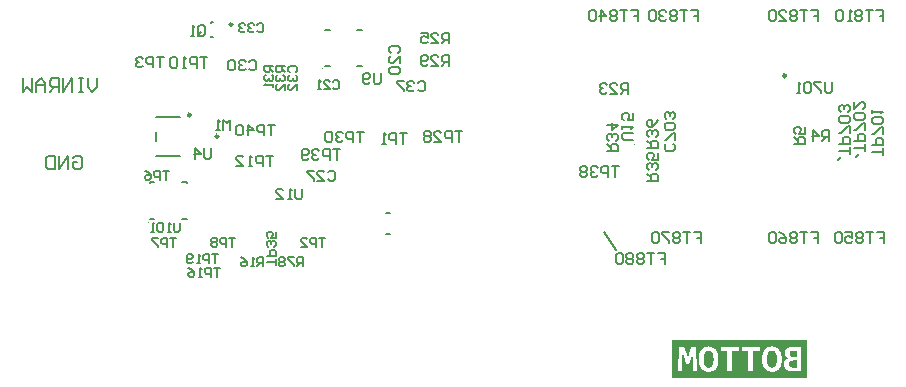
<source format=gbo>
G04*
G04 #@! TF.GenerationSoftware,Altium Limited,Altium Designer,24.3.1 (35)*
G04*
G04 Layer_Color=32896*
%FSLAX44Y44*%
%MOMM*%
G71*
G04*
G04 #@! TF.SameCoordinates,35E8F126-3BB9-435E-BEC0-E910B6038B45*
G04*
G04*
G04 #@! TF.FilePolarity,Positive*
G04*
G01*
G75*
%ADD10C,0.2500*%
%ADD12C,0.1000*%
%ADD13C,0.2000*%
%ADD14C,0.2540*%
%ADD15C,0.1270*%
%ADD17C,0.1778*%
%ADD18C,0.1524*%
G36*
X1073319Y419795D02*
X958681D01*
Y451425D01*
X1073319D01*
Y419795D01*
D02*
G37*
%LPC*%
G36*
X979185Y445993D02*
X974778D01*
X972962Y440087D01*
X972081Y436756D01*
X971199Y439893D01*
X969278Y445993D01*
X964783D01*
X963761Y425245D01*
X967198D01*
X967586Y436967D01*
X967727Y441656D01*
X968732Y438483D01*
X971041Y431415D01*
X973473D01*
X975554Y438483D01*
X976435Y441656D01*
X976541Y437056D01*
X976893Y425245D01*
X980207D01*
X979185Y445993D01*
D02*
G37*
G36*
X1068239D02*
X1061206D01*
X1060959Y445975D01*
X1060659Y445957D01*
X1060325Y445922D01*
X1059954Y445887D01*
X1059549Y445834D01*
X1059126Y445764D01*
X1058685Y445693D01*
X1058244Y445587D01*
X1057804Y445464D01*
X1057381Y445323D01*
X1056975Y445146D01*
X1056588Y444970D01*
X1056235Y444741D01*
X1056217Y444724D01*
X1056164Y444688D01*
X1056076Y444618D01*
X1055953Y444512D01*
X1055830Y444371D01*
X1055671Y444212D01*
X1055512Y444036D01*
X1055336Y443807D01*
X1055177Y443560D01*
X1055019Y443296D01*
X1054860Y442978D01*
X1054737Y442643D01*
X1054613Y442273D01*
X1054525Y441885D01*
X1054472Y441462D01*
X1054455Y441004D01*
Y440969D01*
Y440881D01*
X1054472Y440722D01*
Y440528D01*
X1054508Y440299D01*
X1054543Y440034D01*
X1054578Y439770D01*
X1054649Y439488D01*
Y439453D01*
X1054684Y439365D01*
X1054719Y439224D01*
X1054790Y439047D01*
X1054860Y438836D01*
X1054966Y438607D01*
X1055072Y438360D01*
X1055213Y438131D01*
X1055230Y438096D01*
X1055283Y438025D01*
X1055354Y437919D01*
X1055477Y437761D01*
X1055600Y437602D01*
X1055777Y437408D01*
X1055953Y437214D01*
X1056164Y437038D01*
X1056182Y437020D01*
X1056270Y436967D01*
X1056376Y436879D01*
X1056535Y436773D01*
X1056746Y436650D01*
X1056975Y436527D01*
X1057222Y436403D01*
X1057504Y436297D01*
X1057469D01*
X1057363Y436262D01*
X1057222Y436227D01*
X1057028Y436174D01*
X1056799Y436104D01*
X1056552Y436015D01*
X1056288Y435910D01*
X1056023Y435786D01*
X1055988Y435769D01*
X1055900Y435716D01*
X1055777Y435645D01*
X1055600Y435522D01*
X1055406Y435381D01*
X1055213Y435222D01*
X1055001Y435028D01*
X1054790Y434817D01*
X1054772Y434781D01*
X1054701Y434711D01*
X1054613Y434588D01*
X1054490Y434411D01*
X1054349Y434217D01*
X1054208Y433971D01*
X1054067Y433706D01*
X1053943Y433406D01*
X1053926Y433371D01*
X1053891Y433265D01*
X1053838Y433107D01*
X1053785Y432878D01*
X1053732Y432613D01*
X1053679Y432314D01*
X1053644Y431979D01*
X1053626Y431609D01*
Y431468D01*
X1053644Y431309D01*
X1053661Y431080D01*
X1053697Y430833D01*
X1053732Y430516D01*
X1053802Y430181D01*
X1053891Y429828D01*
X1054014Y429440D01*
X1054155Y429053D01*
X1054314Y428647D01*
X1054525Y428259D01*
X1054772Y427872D01*
X1055054Y427501D01*
X1055389Y427149D01*
X1055759Y426832D01*
X1055777Y426814D01*
X1055865Y426761D01*
X1055988Y426690D01*
X1056147Y426585D01*
X1056376Y426461D01*
X1056640Y426338D01*
X1056958Y426179D01*
X1057328Y426038D01*
X1057733Y425897D01*
X1058192Y425756D01*
X1058703Y425615D01*
X1059249Y425492D01*
X1059849Y425386D01*
X1060501Y425316D01*
X1061171Y425263D01*
X1061911Y425245D01*
X1068239D01*
Y445993D01*
D02*
G37*
G36*
X1033284D02*
X1017895D01*
Y442732D01*
X1023589D01*
Y425245D01*
X1027590D01*
Y442732D01*
X1033284D01*
Y445993D01*
D02*
G37*
G36*
X1015409D02*
X1000021D01*
Y442732D01*
X1005714D01*
Y425245D01*
X1009716D01*
Y442732D01*
X1015409D01*
Y445993D01*
D02*
G37*
G36*
X1043349Y446345D02*
X1043173D01*
X1043067Y446328D01*
X1042961D01*
X1042679Y446310D01*
X1042344Y446257D01*
X1041939Y446204D01*
X1041516Y446116D01*
X1041040Y446010D01*
X1040564Y445852D01*
X1040053Y445675D01*
X1039542Y445464D01*
X1039031Y445199D01*
X1038537Y444882D01*
X1038061Y444512D01*
X1037603Y444089D01*
X1037197Y443613D01*
X1037180Y443578D01*
X1037109Y443489D01*
X1037003Y443331D01*
X1036880Y443102D01*
X1036721Y442820D01*
X1036545Y442485D01*
X1036351Y442079D01*
X1036157Y441603D01*
X1035963Y441075D01*
X1035769Y440493D01*
X1035593Y439841D01*
X1035434Y439136D01*
X1035311Y438360D01*
X1035205Y437531D01*
X1035135Y436650D01*
X1035117Y435698D01*
Y435416D01*
X1035135Y435222D01*
Y434975D01*
X1035152Y434693D01*
X1035170Y434376D01*
X1035205Y434024D01*
X1035240Y433653D01*
X1035276Y433265D01*
X1035399Y432455D01*
X1035558Y431626D01*
X1035664Y431203D01*
X1035787Y430815D01*
Y430798D01*
X1035822Y430727D01*
X1035857Y430621D01*
X1035910Y430480D01*
X1035981Y430304D01*
X1036051Y430093D01*
X1036157Y429881D01*
X1036263Y429634D01*
X1036510Y429088D01*
X1036827Y428541D01*
X1037197Y427977D01*
X1037603Y427448D01*
X1037620Y427431D01*
X1037655Y427396D01*
X1037726Y427325D01*
X1037796Y427237D01*
X1037920Y427131D01*
X1038043Y427008D01*
X1038202Y426867D01*
X1038361Y426726D01*
X1038555Y426567D01*
X1038766Y426408D01*
X1039224Y426073D01*
X1039736Y425774D01*
X1040300Y425509D01*
X1040317D01*
X1040370Y425474D01*
X1040458Y425457D01*
X1040564Y425404D01*
X1040705Y425368D01*
X1040881Y425316D01*
X1041075Y425245D01*
X1041287Y425192D01*
X1041534Y425139D01*
X1041798Y425069D01*
X1042344Y424981D01*
X1042961Y424910D01*
X1043614Y424875D01*
X1043790D01*
X1043896Y424892D01*
X1044001D01*
X1044284Y424910D01*
X1044618Y424963D01*
X1045024Y425016D01*
X1045447Y425104D01*
X1045923Y425210D01*
X1046399Y425351D01*
X1046910Y425545D01*
X1047421Y425756D01*
X1047932Y426021D01*
X1048426Y426338D01*
X1048902Y426690D01*
X1049360Y427113D01*
X1049766Y427589D01*
X1049783Y427625D01*
X1049854Y427713D01*
X1049960Y427872D01*
X1050083Y428101D01*
X1050242Y428383D01*
X1050418Y428735D01*
X1050612Y429141D01*
X1050788Y429599D01*
X1050982Y430128D01*
X1051176Y430727D01*
X1051352Y431379D01*
X1051511Y432085D01*
X1051634Y432842D01*
X1051740Y433671D01*
X1051811Y434570D01*
X1051828Y435504D01*
Y435786D01*
X1051811Y435980D01*
Y436227D01*
X1051793Y436509D01*
X1051775Y436826D01*
X1051740Y437179D01*
X1051705Y437549D01*
X1051669Y437937D01*
X1051546Y438748D01*
X1051387Y439576D01*
X1051282Y439982D01*
X1051176Y440369D01*
Y440387D01*
X1051141Y440458D01*
X1051105Y440563D01*
X1051052Y440704D01*
X1050982Y440881D01*
X1050911Y441092D01*
X1050806Y441321D01*
X1050700Y441568D01*
X1050453Y442097D01*
X1050136Y442661D01*
X1049783Y443225D01*
X1049589Y443489D01*
X1049378Y443736D01*
X1049360Y443754D01*
X1049325Y443789D01*
X1049255Y443860D01*
X1049166Y443948D01*
X1049061Y444071D01*
X1048920Y444195D01*
X1048779Y444336D01*
X1048602Y444477D01*
X1048408Y444635D01*
X1048197Y444794D01*
X1047738Y445129D01*
X1047227Y445429D01*
X1046663Y445693D01*
X1046646D01*
X1046593Y445728D01*
X1046505Y445746D01*
X1046399Y445799D01*
X1046258Y445852D01*
X1046081Y445905D01*
X1045888Y445957D01*
X1045658Y446028D01*
X1045429Y446081D01*
X1045165Y446134D01*
X1044618Y446239D01*
X1044001Y446310D01*
X1043349Y446345D01*
D02*
G37*
G36*
X989726D02*
X989550D01*
X989444Y446328D01*
X989338D01*
X989056Y446310D01*
X988721Y446257D01*
X988316Y446204D01*
X987893Y446116D01*
X987417Y446010D01*
X986941Y445852D01*
X986430Y445675D01*
X985919Y445464D01*
X985407Y445199D01*
X984914Y444882D01*
X984438Y444512D01*
X983979Y444089D01*
X983574Y443613D01*
X983556Y443578D01*
X983486Y443489D01*
X983380Y443331D01*
X983257Y443102D01*
X983098Y442820D01*
X982922Y442485D01*
X982728Y442079D01*
X982534Y441603D01*
X982340Y441075D01*
X982146Y440493D01*
X981970Y439841D01*
X981811Y439136D01*
X981688Y438360D01*
X981582Y437531D01*
X981512Y436650D01*
X981494Y435698D01*
Y435416D01*
X981512Y435222D01*
Y434975D01*
X981529Y434693D01*
X981547Y434376D01*
X981582Y434024D01*
X981617Y433653D01*
X981653Y433265D01*
X981776Y432455D01*
X981935Y431626D01*
X982040Y431203D01*
X982164Y430815D01*
Y430798D01*
X982199Y430727D01*
X982234Y430621D01*
X982287Y430480D01*
X982358Y430304D01*
X982428Y430093D01*
X982534Y429881D01*
X982640Y429634D01*
X982887Y429088D01*
X983204Y428541D01*
X983574Y427977D01*
X983979Y427448D01*
X983997Y427431D01*
X984032Y427396D01*
X984103Y427325D01*
X984173Y427237D01*
X984297Y427131D01*
X984420Y427008D01*
X984579Y426867D01*
X984737Y426726D01*
X984931Y426567D01*
X985143Y426408D01*
X985601Y426073D01*
X986112Y425774D01*
X986676Y425509D01*
X986694D01*
X986747Y425474D01*
X986835Y425457D01*
X986941Y425404D01*
X987082Y425368D01*
X987258Y425316D01*
X987452Y425245D01*
X987664Y425192D01*
X987910Y425139D01*
X988175Y425069D01*
X988721Y424981D01*
X989338Y424910D01*
X989990Y424875D01*
X990167D01*
X990273Y424892D01*
X990378D01*
X990660Y424910D01*
X990995Y424963D01*
X991401Y425016D01*
X991824Y425104D01*
X992300Y425210D01*
X992776Y425351D01*
X993287Y425545D01*
X993798Y425756D01*
X994309Y426021D01*
X994803Y426338D01*
X995279Y426690D01*
X995737Y427113D01*
X996143Y427589D01*
X996160Y427625D01*
X996231Y427713D01*
X996336Y427872D01*
X996460Y428101D01*
X996618Y428383D01*
X996795Y428735D01*
X996989Y429141D01*
X997165Y429599D01*
X997359Y430128D01*
X997553Y430727D01*
X997729Y431379D01*
X997888Y432085D01*
X998011Y432842D01*
X998117Y433671D01*
X998187Y434570D01*
X998205Y435504D01*
Y435786D01*
X998187Y435980D01*
Y436227D01*
X998170Y436509D01*
X998152Y436826D01*
X998117Y437179D01*
X998082Y437549D01*
X998046Y437937D01*
X997923Y438748D01*
X997764Y439576D01*
X997658Y439982D01*
X997553Y440369D01*
Y440387D01*
X997517Y440458D01*
X997482Y440563D01*
X997429Y440704D01*
X997359Y440881D01*
X997288Y441092D01*
X997182Y441321D01*
X997077Y441568D01*
X996830Y442097D01*
X996513Y442661D01*
X996160Y443225D01*
X995966Y443489D01*
X995755Y443736D01*
X995737Y443754D01*
X995702Y443789D01*
X995631Y443860D01*
X995543Y443948D01*
X995437Y444071D01*
X995296Y444195D01*
X995155Y444336D01*
X994979Y444477D01*
X994785Y444635D01*
X994574Y444794D01*
X994115Y445129D01*
X993604Y445429D01*
X993040Y445693D01*
X993022D01*
X992970Y445728D01*
X992881Y445746D01*
X992776Y445799D01*
X992635Y445852D01*
X992458Y445905D01*
X992264Y445957D01*
X992035Y446028D01*
X991806Y446081D01*
X991542Y446134D01*
X990995Y446239D01*
X990378Y446310D01*
X989726Y446345D01*
D02*
G37*
%LPD*%
G36*
X1064361Y437408D02*
X1061841D01*
X1061664Y437426D01*
X1061453Y437443D01*
X1061206Y437461D01*
X1060942Y437514D01*
X1060659Y437567D01*
X1060413Y437637D01*
X1060378Y437655D01*
X1060307Y437672D01*
X1060184Y437725D01*
X1060025Y437796D01*
X1059849Y437884D01*
X1059672Y437990D01*
X1059496Y438113D01*
X1059320Y438254D01*
X1059302Y438272D01*
X1059249Y438325D01*
X1059179Y438413D01*
X1059091Y438519D01*
X1058985Y438660D01*
X1058879Y438818D01*
X1058791Y438994D01*
X1058720Y439188D01*
X1058703Y439206D01*
X1058685Y439277D01*
X1058650Y439382D01*
X1058615Y439523D01*
X1058579Y439700D01*
X1058562Y439893D01*
X1058527Y440105D01*
Y440317D01*
Y440352D01*
Y440422D01*
X1058544Y440528D01*
Y440669D01*
X1058579Y440828D01*
X1058615Y441004D01*
X1058650Y441198D01*
X1058720Y441374D01*
Y441392D01*
X1058756Y441462D01*
X1058809Y441550D01*
X1058861Y441656D01*
X1058950Y441780D01*
X1059055Y441921D01*
X1059196Y442062D01*
X1059337Y442185D01*
X1059355Y442203D01*
X1059408Y442238D01*
X1059514Y442309D01*
X1059637Y442379D01*
X1059778Y442449D01*
X1059972Y442538D01*
X1060184Y442626D01*
X1060413Y442696D01*
X1060448Y442714D01*
X1060536Y442732D01*
X1060659Y442767D01*
X1060853Y442802D01*
X1061083Y442837D01*
X1061365Y442855D01*
X1061664Y442890D01*
X1064361D01*
Y437408D01*
D02*
G37*
G36*
Y428436D02*
X1061488D01*
X1061312Y428453D01*
X1061083Y428471D01*
X1060836Y428488D01*
X1060554Y428541D01*
X1060272Y428594D01*
X1060007Y428665D01*
X1059972Y428682D01*
X1059884Y428718D01*
X1059761Y428770D01*
X1059584Y428841D01*
X1059390Y428929D01*
X1059196Y429053D01*
X1059003Y429176D01*
X1058809Y429317D01*
X1058791Y429335D01*
X1058738Y429388D01*
X1058650Y429476D01*
X1058544Y429599D01*
X1058421Y429740D01*
X1058297Y429916D01*
X1058192Y430093D01*
X1058086Y430304D01*
X1058068Y430339D01*
X1058051Y430410D01*
X1058015Y430516D01*
X1057962Y430674D01*
X1057910Y430868D01*
X1057874Y431062D01*
X1057857Y431291D01*
X1057839Y431538D01*
Y431556D01*
Y431591D01*
Y431661D01*
X1057857Y431767D01*
X1057874Y431873D01*
X1057892Y432014D01*
X1057962Y432314D01*
X1058086Y432649D01*
X1058174Y432825D01*
X1058262Y433001D01*
X1058386Y433177D01*
X1058527Y433354D01*
X1058685Y433512D01*
X1058861Y433653D01*
X1058879Y433671D01*
X1058914Y433689D01*
X1058967Y433724D01*
X1059055Y433777D01*
X1059161Y433830D01*
X1059285Y433900D01*
X1059443Y433971D01*
X1059620Y434041D01*
X1059831Y434112D01*
X1060060Y434182D01*
X1060307Y434253D01*
X1060589Y434306D01*
X1060889Y434358D01*
X1061224Y434394D01*
X1061576Y434429D01*
X1064361D01*
Y428436D01*
D02*
G37*
G36*
X1043755Y442802D02*
X1043878D01*
X1044143Y442767D01*
X1044442Y442696D01*
X1044777Y442626D01*
X1045094Y442502D01*
X1045412Y442344D01*
X1045447Y442326D01*
X1045535Y442256D01*
X1045694Y442150D01*
X1045870Y441991D01*
X1046081Y441797D01*
X1046293Y441568D01*
X1046505Y441286D01*
X1046716Y440969D01*
Y440951D01*
X1046734Y440933D01*
X1046769Y440881D01*
X1046804Y440810D01*
X1046840Y440722D01*
X1046892Y440616D01*
X1046998Y440352D01*
X1047122Y440034D01*
X1047245Y439647D01*
X1047368Y439206D01*
X1047474Y438730D01*
Y438713D01*
X1047492Y438677D01*
Y438589D01*
X1047509Y438501D01*
X1047527Y438377D01*
X1047545Y438219D01*
X1047562Y438043D01*
X1047580Y437849D01*
X1047615Y437637D01*
X1047633Y437408D01*
X1047668Y436897D01*
X1047686Y436315D01*
X1047703Y435698D01*
Y435681D01*
Y435663D01*
Y435610D01*
Y435540D01*
Y435346D01*
X1047686Y435099D01*
X1047668Y434781D01*
X1047650Y434429D01*
X1047615Y434041D01*
X1047580Y433636D01*
X1047527Y433195D01*
X1047457Y432737D01*
X1047280Y431820D01*
X1047174Y431379D01*
X1047033Y430956D01*
X1046892Y430569D01*
X1046716Y430198D01*
X1046699Y430181D01*
X1046663Y430128D01*
X1046610Y430040D01*
X1046522Y429916D01*
X1046416Y429775D01*
X1046275Y429634D01*
X1046117Y429476D01*
X1045940Y429299D01*
X1045729Y429141D01*
X1045482Y428964D01*
X1045218Y428823D01*
X1044936Y428682D01*
X1044601Y428559D01*
X1044266Y428471D01*
X1043878Y428418D01*
X1043473Y428400D01*
X1043279D01*
X1043191Y428418D01*
X1043067D01*
X1042803Y428453D01*
X1042503Y428506D01*
X1042186Y428594D01*
X1041869Y428700D01*
X1041551Y428859D01*
X1041534D01*
X1041516Y428876D01*
X1041410Y428947D01*
X1041269Y429053D01*
X1041075Y429211D01*
X1040881Y429405D01*
X1040652Y429634D01*
X1040441Y429916D01*
X1040247Y430234D01*
Y430251D01*
X1040229Y430269D01*
X1040194Y430322D01*
X1040159Y430392D01*
X1040123Y430480D01*
X1040070Y430586D01*
X1039965Y430850D01*
X1039841Y431168D01*
X1039718Y431556D01*
X1039594Y431979D01*
X1039489Y432455D01*
Y432472D01*
X1039471Y432508D01*
Y432596D01*
X1039454Y432684D01*
X1039436Y432825D01*
X1039418Y432966D01*
X1039383Y433142D01*
X1039365Y433336D01*
X1039348Y433548D01*
X1039313Y433794D01*
X1039277Y434306D01*
X1039260Y434887D01*
X1039242Y435504D01*
Y435522D01*
Y435540D01*
Y435592D01*
Y435663D01*
Y435857D01*
X1039260Y436104D01*
X1039277Y436421D01*
X1039295Y436773D01*
X1039330Y437161D01*
X1039365Y437567D01*
X1039418Y438007D01*
X1039489Y438466D01*
X1039665Y439382D01*
X1039771Y439823D01*
X1039894Y440246D01*
X1040053Y440652D01*
X1040229Y441004D01*
X1040247Y441022D01*
X1040282Y441075D01*
X1040335Y441180D01*
X1040423Y441286D01*
X1040529Y441427D01*
X1040652Y441586D01*
X1040811Y441744D01*
X1041005Y441921D01*
X1041216Y442079D01*
X1041445Y442238D01*
X1041728Y442397D01*
X1042010Y442538D01*
X1042327Y442661D01*
X1042679Y442749D01*
X1043067Y442802D01*
X1043473Y442820D01*
X1043667D01*
X1043755Y442802D01*
D02*
G37*
G36*
X990132D02*
X990255D01*
X990519Y442767D01*
X990819Y442696D01*
X991154Y442626D01*
X991471Y442502D01*
X991788Y442344D01*
X991824Y442326D01*
X991912Y442256D01*
X992070Y442150D01*
X992247Y441991D01*
X992458Y441797D01*
X992670Y441568D01*
X992881Y441286D01*
X993093Y440969D01*
Y440951D01*
X993111Y440933D01*
X993146Y440881D01*
X993181Y440810D01*
X993216Y440722D01*
X993269Y440616D01*
X993375Y440352D01*
X993498Y440034D01*
X993622Y439647D01*
X993745Y439206D01*
X993851Y438730D01*
Y438713D01*
X993868Y438677D01*
Y438589D01*
X993886Y438501D01*
X993904Y438377D01*
X993921Y438219D01*
X993939Y438043D01*
X993957Y437849D01*
X993992Y437637D01*
X994010Y437408D01*
X994045Y436897D01*
X994062Y436315D01*
X994080Y435698D01*
Y435681D01*
Y435663D01*
Y435610D01*
Y435540D01*
Y435346D01*
X994062Y435099D01*
X994045Y434781D01*
X994027Y434429D01*
X993992Y434041D01*
X993957Y433636D01*
X993904Y433195D01*
X993833Y432737D01*
X993657Y431820D01*
X993551Y431379D01*
X993410Y430956D01*
X993269Y430569D01*
X993093Y430198D01*
X993075Y430181D01*
X993040Y430128D01*
X992987Y430040D01*
X992899Y429916D01*
X992793Y429775D01*
X992652Y429634D01*
X992494Y429476D01*
X992317Y429299D01*
X992106Y429141D01*
X991859Y428964D01*
X991595Y428823D01*
X991312Y428682D01*
X990978Y428559D01*
X990643Y428471D01*
X990255Y428418D01*
X989849Y428400D01*
X989656D01*
X989567Y428418D01*
X989444D01*
X989180Y428453D01*
X988880Y428506D01*
X988563Y428594D01*
X988245Y428700D01*
X987928Y428859D01*
X987910D01*
X987893Y428876D01*
X987787Y428947D01*
X987646Y429053D01*
X987452Y429211D01*
X987258Y429405D01*
X987029Y429634D01*
X986817Y429916D01*
X986624Y430234D01*
Y430251D01*
X986606Y430269D01*
X986571Y430322D01*
X986535Y430392D01*
X986500Y430480D01*
X986447Y430586D01*
X986342Y430850D01*
X986218Y431168D01*
X986095Y431556D01*
X985971Y431979D01*
X985866Y432455D01*
Y432472D01*
X985848Y432508D01*
Y432596D01*
X985830Y432684D01*
X985813Y432825D01*
X985795Y432966D01*
X985760Y433142D01*
X985742Y433336D01*
X985725Y433548D01*
X985689Y433794D01*
X985654Y434306D01*
X985637Y434887D01*
X985619Y435504D01*
Y435522D01*
Y435540D01*
Y435592D01*
Y435663D01*
Y435857D01*
X985637Y436104D01*
X985654Y436421D01*
X985672Y436773D01*
X985707Y437161D01*
X985742Y437567D01*
X985795Y438007D01*
X985866Y438466D01*
X986042Y439382D01*
X986148Y439823D01*
X986271Y440246D01*
X986430Y440652D01*
X986606Y441004D01*
X986624Y441022D01*
X986659Y441075D01*
X986712Y441180D01*
X986800Y441286D01*
X986906Y441427D01*
X987029Y441586D01*
X987188Y441744D01*
X987382Y441921D01*
X987593Y442079D01*
X987822Y442238D01*
X988104Y442397D01*
X988386Y442538D01*
X988704Y442661D01*
X989056Y442749D01*
X989444Y442802D01*
X989849Y442820D01*
X990043D01*
X990132Y442802D01*
D02*
G37*
D10*
X586720Y718820D02*
G03*
X586720Y718820I-1250J0D01*
G01*
X574765Y624281D02*
G03*
X574765Y624281I-1250J0D01*
G01*
X551329Y642441D02*
G03*
X551329Y642441I-1250J0D01*
G01*
D12*
X663440Y681990D02*
G03*
X663440Y681990I-500J0D01*
G01*
X515558Y551180D02*
G03*
X515558Y551180I-500J0D01*
G01*
X927165Y617329D02*
G03*
X927165Y617329I-500J0D01*
G01*
D13*
X665143Y683515D02*
Y683765D01*
Y714266D02*
Y714516D01*
X696143Y683515D02*
Y683765D01*
Y714266D02*
Y714516D01*
X665143Y683515D02*
X668893D01*
X692393D02*
X696143D01*
X665143Y714516D02*
X668893D01*
X692393D02*
X696143D01*
X568584Y708193D02*
Y708843D01*
Y708193D02*
X570584D01*
X568584Y720543D02*
Y721193D01*
X570584D01*
X516940Y554158D02*
Y554408D01*
Y584908D02*
Y585158D01*
X547940Y554158D02*
Y554408D01*
Y584908D02*
Y585158D01*
X516940Y554158D02*
X520690D01*
X544190D02*
X547940D01*
X516940Y585158D02*
X520690D01*
X544190D02*
X547940D01*
X717054Y559316D02*
X720054D01*
X717054Y541316D02*
X720054D01*
D14*
X1055370Y675640D02*
G03*
X1055370Y675640I-1270J0D01*
G01*
D15*
X1115060Y607060D02*
X1117600Y609600D01*
X1099820Y604520D02*
X1102360Y607060D01*
X901700Y543560D02*
X911860Y528320D01*
X622427Y634019D02*
X616502D01*
X619464D01*
Y625132D01*
X613539D02*
Y634019D01*
X609096D01*
X607615Y632537D01*
Y629575D01*
X609096Y628094D01*
X613539D01*
X600209Y625132D02*
Y634019D01*
X604652Y629575D01*
X598728D01*
X595765Y632537D02*
X594284Y634019D01*
X591322D01*
X589840Y632537D01*
Y626613D01*
X591322Y625132D01*
X594284D01*
X595765Y626613D01*
Y632537D01*
X677856Y613214D02*
X671931D01*
X674893D01*
Y604326D01*
X668969D02*
Y613214D01*
X664525D01*
X663044Y611732D01*
Y608770D01*
X664525Y607289D01*
X668969D01*
X660082Y611732D02*
X658600Y613214D01*
X655638D01*
X654157Y611732D01*
Y610251D01*
X655638Y608770D01*
X657119D01*
X655638D01*
X654157Y607289D01*
Y605808D01*
X655638Y604326D01*
X658600D01*
X660082Y605808D01*
X651195D02*
X649713Y604326D01*
X646751D01*
X645270Y605808D01*
Y611732D01*
X646751Y613214D01*
X649713D01*
X651195Y611732D01*
Y610251D01*
X649713Y608770D01*
X645270D01*
X921473Y660450D02*
Y669337D01*
X917029D01*
X915548Y667856D01*
Y664894D01*
X917029Y663413D01*
X921473D01*
X918511D02*
X915548Y660450D01*
X906661D02*
X912586D01*
X906661Y666375D01*
Y667856D01*
X908142Y669337D01*
X911105D01*
X912586Y667856D01*
X903699D02*
X902218Y669337D01*
X899255D01*
X897774Y667856D01*
Y666375D01*
X899255Y664894D01*
X900736D01*
X899255D01*
X897774Y663413D01*
Y661931D01*
X899255Y660450D01*
X902218D01*
X903699Y661931D01*
X913608Y598804D02*
X907683D01*
X910645D01*
Y589916D01*
X904720D02*
Y598804D01*
X900277D01*
X898796Y597322D01*
Y594360D01*
X900277Y592879D01*
X904720D01*
X895833Y597322D02*
X894352Y598804D01*
X891390D01*
X889909Y597322D01*
Y595841D01*
X891390Y594360D01*
X892871D01*
X891390D01*
X889909Y592879D01*
Y591398D01*
X891390Y589916D01*
X894352D01*
X895833Y591398D01*
X886946Y597322D02*
X885465Y598804D01*
X882503D01*
X881021Y597322D01*
Y595841D01*
X882503Y594360D01*
X881021Y592879D01*
Y591398D01*
X882503Y589916D01*
X885465D01*
X886946Y591398D01*
Y592879D01*
X885465Y594360D01*
X886946Y595841D01*
Y597322D01*
X885465Y594360D02*
X882503D01*
X623569Y515625D02*
Y520703D01*
Y518164D01*
X615951D01*
Y523242D02*
X623569D01*
Y527051D01*
X622299Y528320D01*
X619760D01*
X618490Y527051D01*
Y523242D01*
X622299Y530860D02*
X623569Y532129D01*
Y534668D01*
X622299Y535938D01*
X621030D01*
X619760Y534668D01*
Y533399D01*
Y534668D01*
X618490Y535938D01*
X617221D01*
X615951Y534668D01*
Y532129D01*
X617221Y530860D01*
X623569Y543555D02*
Y538477D01*
X619760D01*
X621030Y541016D01*
Y542286D01*
X619760Y543555D01*
X617221D01*
X615951Y542286D01*
Y539747D01*
X617221Y538477D01*
X612772Y514351D02*
Y521969D01*
X608963D01*
X607694Y520699D01*
Y518160D01*
X608963Y516890D01*
X612772D01*
X610233D02*
X607694Y514351D01*
X605154D02*
X602615D01*
X603885D01*
Y521969D01*
X605154Y520699D01*
X593728Y521969D02*
X596267Y520699D01*
X598806Y518160D01*
Y515621D01*
X597537Y514351D01*
X594998D01*
X593728Y515621D01*
Y516890D01*
X594998Y518160D01*
X598806D01*
X1062356Y617434D02*
X1071244D01*
Y621878D01*
X1069762Y623359D01*
X1066800D01*
X1065319Y621878D01*
Y617434D01*
Y620396D02*
X1062356Y623359D01*
X1071244Y632246D02*
Y626321D01*
X1066800D01*
X1068281Y629284D01*
Y630765D01*
X1066800Y632246D01*
X1063838D01*
X1062356Y630765D01*
Y627802D01*
X1063838Y626321D01*
X697922Y628308D02*
X691997D01*
X694959D01*
Y619421D01*
X689035D02*
Y628308D01*
X684591D01*
X683110Y626827D01*
Y623865D01*
X684591Y622384D01*
X689035D01*
X680148Y626827D02*
X678666Y628308D01*
X675704D01*
X674223Y626827D01*
Y625346D01*
X675704Y623865D01*
X677185D01*
X675704D01*
X674223Y622384D01*
Y620902D01*
X675704Y619421D01*
X678666D01*
X680148Y620902D01*
X671261Y626827D02*
X669779Y628308D01*
X666817D01*
X665336Y626827D01*
Y620902D01*
X666817Y619421D01*
X669779D01*
X671261Y620902D01*
Y626827D01*
X781203Y628588D02*
X775278D01*
X778241D01*
Y619701D01*
X772316D02*
Y628588D01*
X767872D01*
X766391Y627107D01*
Y624145D01*
X767872Y622664D01*
X772316D01*
X757504Y619701D02*
X763429D01*
X757504Y625626D01*
Y627107D01*
X758985Y628588D01*
X761948D01*
X763429Y627107D01*
X754542D02*
X753061Y628588D01*
X750098D01*
X748617Y627107D01*
Y625626D01*
X750098Y624145D01*
X748617Y622664D01*
Y621183D01*
X750098Y619701D01*
X753061D01*
X754542Y621183D01*
Y622664D01*
X753061Y624145D01*
X754542Y625626D01*
Y627107D01*
X753061Y624145D02*
X750098D01*
X937896Y614600D02*
X946784D01*
Y619043D01*
X945302Y620524D01*
X942340D01*
X940859Y619043D01*
Y614600D01*
Y617562D02*
X937896Y620524D01*
X945302Y623487D02*
X946784Y624968D01*
Y627930D01*
X945302Y629412D01*
X943821D01*
X942340Y627930D01*
Y626449D01*
Y627930D01*
X940859Y629412D01*
X939378D01*
X937896Y627930D01*
Y624968D01*
X939378Y623487D01*
X946784Y638299D02*
X945302Y635336D01*
X942340Y632374D01*
X939378D01*
X937896Y633855D01*
Y636818D01*
X939378Y638299D01*
X940859D01*
X942340Y636818D01*
Y632374D01*
X937896Y586660D02*
X946784D01*
Y591103D01*
X945302Y592584D01*
X942340D01*
X940859Y591103D01*
Y586660D01*
Y589622D02*
X937896Y592584D01*
X945302Y595547D02*
X946784Y597028D01*
Y599990D01*
X945302Y601472D01*
X943821D01*
X942340Y599990D01*
Y598509D01*
Y599990D01*
X940859Y601472D01*
X939378D01*
X937896Y599990D01*
Y597028D01*
X939378Y595547D01*
X946784Y610359D02*
Y604434D01*
X942340D01*
X943821Y607396D01*
Y608877D01*
X942340Y610359D01*
X939378D01*
X937896Y608877D01*
Y605915D01*
X939378Y604434D01*
X925703Y621351D02*
X918297D01*
X916815Y622832D01*
Y625795D01*
X918297Y627276D01*
X925703D01*
X916815Y630238D02*
Y633201D01*
Y631719D01*
X925703D01*
X924221Y630238D01*
X925703Y643569D02*
Y637644D01*
X921259D01*
X922740Y640607D01*
Y642088D01*
X921259Y643569D01*
X918297D01*
X916815Y642088D01*
Y639125D01*
X918297Y637644D01*
X903871Y611721D02*
X912758D01*
Y616164D01*
X911277Y617645D01*
X908315D01*
X906833Y616164D01*
Y611721D01*
Y614683D02*
X903871Y617645D01*
X911277Y620608D02*
X912758Y622089D01*
Y625051D01*
X911277Y626532D01*
X909796D01*
X908315Y625051D01*
Y623570D01*
Y625051D01*
X906833Y626532D01*
X905352D01*
X903871Y625051D01*
Y622089D01*
X905352Y620608D01*
X903871Y633938D02*
X912758D01*
X908315Y629495D01*
Y635420D01*
X1091986Y620396D02*
Y629284D01*
X1087542D01*
X1086061Y627802D01*
Y624840D01*
X1087542Y623359D01*
X1091986D01*
X1089024D02*
X1086061Y620396D01*
X1078655D02*
Y629284D01*
X1083099Y624840D01*
X1077174D01*
X574671Y524509D02*
X569592D01*
X572132D01*
Y516891D01*
X567053D02*
Y524509D01*
X563244D01*
X561975Y523239D01*
Y520700D01*
X563244Y519430D01*
X567053D01*
X559436Y516891D02*
X556896D01*
X558166D01*
Y524509D01*
X559436Y523239D01*
X553088Y518161D02*
X551818Y516891D01*
X549279D01*
X548009Y518161D01*
Y523239D01*
X549279Y524509D01*
X551818D01*
X553088Y523239D01*
Y521970D01*
X551818Y520700D01*
X548009D01*
X575791Y513078D02*
X570712D01*
X573251D01*
Y505461D01*
X568173D02*
Y513078D01*
X564364D01*
X563095Y511809D01*
Y509270D01*
X564364Y508000D01*
X568173D01*
X560556Y505461D02*
X558017D01*
X559286D01*
Y513078D01*
X560556Y511809D01*
X549129Y513078D02*
X551669Y511809D01*
X554208Y509270D01*
Y506730D01*
X552938Y505461D01*
X550399D01*
X549129Y506730D01*
Y508000D01*
X550399Y509270D01*
X554208D01*
X646427Y514351D02*
Y521969D01*
X642618D01*
X641348Y520699D01*
Y518160D01*
X642618Y516890D01*
X646427D01*
X643887D02*
X641348Y514351D01*
X638809Y521969D02*
X633731D01*
Y520699D01*
X638809Y515621D01*
Y514351D01*
X631192Y520699D02*
X629922Y521969D01*
X627383D01*
X626113Y520699D01*
Y519430D01*
X627383Y518160D01*
X626113Y516890D01*
Y515621D01*
X627383Y514351D01*
X629922D01*
X631192Y515621D01*
Y516890D01*
X629922Y518160D01*
X631192Y519430D01*
Y520699D01*
X629922Y518160D02*
X627383D01*
X621088Y607948D02*
X615164D01*
X618126D01*
Y599060D01*
X612201D02*
Y607948D01*
X607758D01*
X606277Y606466D01*
Y603504D01*
X607758Y602023D01*
X612201D01*
X603314Y599060D02*
X600352D01*
X601833D01*
Y607948D01*
X603314Y606466D01*
X589983Y599060D02*
X595908D01*
X589983Y604985D01*
Y606466D01*
X591465Y607948D01*
X594427D01*
X595908Y606466D01*
X589277Y538479D02*
X584198D01*
X586738D01*
Y530861D01*
X581659D02*
Y538479D01*
X577850D01*
X576581Y537209D01*
Y534670D01*
X577850Y533400D01*
X581659D01*
X574042Y537209D02*
X572772Y538479D01*
X570233D01*
X568963Y537209D01*
Y535940D01*
X570233Y534670D01*
X568963Y533400D01*
Y532131D01*
X570233Y530861D01*
X572772D01*
X574042Y532131D01*
Y533400D01*
X572772Y534670D01*
X574042Y535940D01*
Y537209D01*
X572772Y534670D02*
X570233D01*
X539012Y537783D02*
X533934D01*
X536473D01*
Y530165D01*
X531395D02*
Y537783D01*
X527586D01*
X526316Y536513D01*
Y533974D01*
X527586Y532704D01*
X531395D01*
X523777Y537783D02*
X518699D01*
Y536513D01*
X523777Y531435D01*
Y530165D01*
X665477Y538479D02*
X660398D01*
X662937D01*
Y530861D01*
X657859D02*
Y538479D01*
X654050D01*
X652781Y537209D01*
Y534670D01*
X654050Y533400D01*
X657859D01*
X645163Y530861D02*
X650242D01*
X645163Y535940D01*
Y537209D01*
X646433Y538479D01*
X648972D01*
X650242Y537209D01*
X1094312Y669924D02*
Y662518D01*
X1092831Y661036D01*
X1089868D01*
X1088387Y662518D01*
Y669924D01*
X1085425D02*
X1079500D01*
Y668442D01*
X1085425Y662518D01*
Y661036D01*
X1076538Y668442D02*
X1075056Y669924D01*
X1072094D01*
X1070613Y668442D01*
Y662518D01*
X1072094Y661036D01*
X1075056D01*
X1076538Y662518D01*
Y668442D01*
X1067651Y661036D02*
X1064688D01*
X1066169D01*
Y669924D01*
X1067651Y668442D01*
X645890Y580008D02*
Y572602D01*
X644408Y571120D01*
X641446D01*
X639965Y572602D01*
Y580008D01*
X637003Y571120D02*
X634040D01*
X635521D01*
Y580008D01*
X637003Y578526D01*
X623672Y571120D02*
X629597D01*
X623672Y577045D01*
Y578526D01*
X625153Y580008D01*
X628116D01*
X629597Y578526D01*
X712256Y677544D02*
Y670138D01*
X710775Y668656D01*
X707812D01*
X706331Y670138D01*
Y677544D01*
X703369Y670138D02*
X701888Y668656D01*
X698925D01*
X697444Y670138D01*
Y676062D01*
X698925Y677544D01*
X701888D01*
X703369Y676062D01*
Y674581D01*
X701888Y673100D01*
X697444D01*
X568746Y614044D02*
Y606638D01*
X567265Y605156D01*
X564302D01*
X562821Y606638D01*
Y614044D01*
X555415Y605156D02*
Y614044D01*
X559859Y609600D01*
X553934D01*
X541963Y551222D02*
Y544874D01*
X540694Y543605D01*
X538154D01*
X536885Y544874D01*
Y551222D01*
X534346Y543605D02*
X531806D01*
X533076D01*
Y551222D01*
X534346Y549952D01*
X527998D02*
X526728Y551222D01*
X524189D01*
X522919Y549952D01*
Y544874D01*
X524189Y543605D01*
X526728D01*
X527998Y544874D01*
Y549952D01*
X520380Y543605D02*
X517841D01*
X519110D01*
Y551222D01*
X520380Y549952D01*
X1109344Y609183D02*
Y615108D01*
Y612146D01*
X1100456D01*
Y618070D02*
X1109344D01*
Y622514D01*
X1107862Y623995D01*
X1104900D01*
X1103419Y622514D01*
Y618070D01*
X1109344Y626958D02*
Y632882D01*
X1107862D01*
X1101938Y626958D01*
X1100456D01*
X1107862Y635845D02*
X1109344Y637326D01*
Y640288D01*
X1107862Y641769D01*
X1101938D01*
X1100456Y640288D01*
Y637326D01*
X1101938Y635845D01*
X1107862D01*
Y644732D02*
X1109344Y646213D01*
Y649175D01*
X1107862Y650657D01*
X1106381D01*
X1104900Y649175D01*
Y647694D01*
Y649175D01*
X1103419Y650657D01*
X1101938D01*
X1100456Y649175D01*
Y646213D01*
X1101938Y644732D01*
X1122044Y611723D02*
Y617648D01*
Y614686D01*
X1113156D01*
Y620611D02*
X1122044D01*
Y625054D01*
X1120562Y626535D01*
X1117600D01*
X1116119Y625054D01*
Y620611D01*
X1122044Y629498D02*
Y635422D01*
X1120562D01*
X1114638Y629498D01*
X1113156D01*
X1120562Y638385D02*
X1122044Y639866D01*
Y642828D01*
X1120562Y644309D01*
X1114638D01*
X1113156Y642828D01*
Y639866D01*
X1114638Y638385D01*
X1120562D01*
X1113156Y653197D02*
Y647272D01*
X1119081Y653197D01*
X1120562D01*
X1122044Y651715D01*
Y648753D01*
X1120562Y647272D01*
X1137284Y608125D02*
Y614049D01*
Y611087D01*
X1128396D01*
Y617012D02*
X1137284D01*
Y621455D01*
X1135802Y622936D01*
X1132840D01*
X1131359Y621455D01*
Y617012D01*
X1137284Y625899D02*
Y631824D01*
X1135802D01*
X1129878Y625899D01*
X1128396D01*
X1135802Y634786D02*
X1137284Y636267D01*
Y639230D01*
X1135802Y640711D01*
X1129878D01*
X1128396Y639230D01*
Y636267D01*
X1129878Y634786D01*
X1135802D01*
X1128396Y643673D02*
Y646636D01*
Y645154D01*
X1137284D01*
X1135802Y643673D01*
X565306Y691210D02*
X559381D01*
X562344D01*
Y682322D01*
X556419D02*
Y691210D01*
X551976D01*
X550494Y689728D01*
Y686766D01*
X551976Y685285D01*
X556419D01*
X547532Y682322D02*
X544570D01*
X546051D01*
Y691210D01*
X547532Y689728D01*
X540126D02*
X538645Y691210D01*
X535682D01*
X534201Y689728D01*
Y683804D01*
X535682Y682322D01*
X538645D01*
X540126Y683804D01*
Y689728D01*
X532707Y595075D02*
X527629D01*
X530168D01*
Y587457D01*
X525090D02*
Y595075D01*
X521281D01*
X520011Y593805D01*
Y591266D01*
X521281Y589996D01*
X525090D01*
X512394Y595075D02*
X514933Y593805D01*
X517472Y591266D01*
Y588727D01*
X516203Y587457D01*
X513663D01*
X512394Y588727D01*
Y589996D01*
X513663Y591266D01*
X517472D01*
X528740Y691514D02*
X522815D01*
X525777D01*
Y682626D01*
X519852D02*
Y691514D01*
X515409D01*
X513928Y690032D01*
Y687070D01*
X515409Y685589D01*
X519852D01*
X510965Y690032D02*
X509484Y691514D01*
X506522D01*
X505041Y690032D01*
Y688551D01*
X506522Y687070D01*
X508003D01*
X506522D01*
X505041Y685589D01*
Y684108D01*
X506522Y682626D01*
X509484D01*
X510965Y684108D01*
X734268Y626744D02*
X728344D01*
X731306D01*
Y617856D01*
X725381D02*
Y626744D01*
X720938D01*
X719456Y625262D01*
Y622300D01*
X720938Y620819D01*
X725381D01*
X716494Y617856D02*
X713532D01*
X715013D01*
Y626744D01*
X716494Y625262D01*
X631014Y683590D02*
X623396D01*
Y679782D01*
X624666Y678512D01*
X627205D01*
X628475Y679782D01*
Y683590D01*
Y681051D02*
X631014Y678512D01*
X624666Y675973D02*
X623396Y674703D01*
Y672164D01*
X624666Y670894D01*
X625936D01*
X627205Y672164D01*
Y673434D01*
Y672164D01*
X628475Y670894D01*
X629744D01*
X631014Y672164D01*
Y674703D01*
X629744Y675973D01*
X631014Y663277D02*
Y668355D01*
X625936Y663277D01*
X624666D01*
X623396Y664547D01*
Y667086D01*
X624666Y668355D01*
X621455Y683861D02*
X613837D01*
Y680053D01*
X615107Y678783D01*
X617646D01*
X618915Y680053D01*
Y683861D01*
Y681322D02*
X621455Y678783D01*
X615107Y676244D02*
X613837Y674974D01*
Y672435D01*
X615107Y671166D01*
X616376D01*
X617646Y672435D01*
Y673705D01*
Y672435D01*
X618915Y671166D01*
X620185D01*
X621455Y672435D01*
Y674974D01*
X620185Y676244D01*
X621455Y668626D02*
Y666087D01*
Y667357D01*
X613837D01*
X615107Y668626D01*
X770040Y683896D02*
Y692784D01*
X765596D01*
X764115Y691302D01*
Y688340D01*
X765596Y686859D01*
X770040D01*
X767077D02*
X764115Y683896D01*
X755228D02*
X761152D01*
X755228Y689821D01*
Y691302D01*
X756709Y692784D01*
X759671D01*
X761152Y691302D01*
X752265Y685378D02*
X750784Y683896D01*
X747822D01*
X746340Y685378D01*
Y691302D01*
X747822Y692784D01*
X750784D01*
X752265Y691302D01*
Y689821D01*
X750784Y688340D01*
X746340D01*
X770040Y702946D02*
Y711834D01*
X765596D01*
X764115Y710352D01*
Y707390D01*
X765596Y705909D01*
X770040D01*
X767077D02*
X764115Y702946D01*
X755228D02*
X761152D01*
X755228Y708871D01*
Y710352D01*
X756709Y711834D01*
X759671D01*
X761152Y710352D01*
X746340Y711834D02*
X752265D01*
Y707390D01*
X749303Y708871D01*
X747822D01*
X746340Y707390D01*
Y704428D01*
X747822Y702946D01*
X750784D01*
X752265Y704428D01*
X557530Y710778D02*
Y716702D01*
X559011Y718184D01*
X561974D01*
X563455Y716702D01*
Y710778D01*
X561974Y709296D01*
X559011D01*
X560492Y712259D02*
X557530Y709296D01*
X559011D02*
X557530Y710778D01*
X554568Y709296D02*
X551605D01*
X553086D01*
Y718184D01*
X554568Y716702D01*
X585045Y629286D02*
Y638174D01*
X582082Y635211D01*
X579120Y638174D01*
Y629286D01*
X576158D02*
X573195D01*
X574676D01*
Y638174D01*
X576158Y636692D01*
X960034Y618028D02*
X961516Y616547D01*
Y613584D01*
X960034Y612103D01*
X954110D01*
X952628Y613584D01*
Y616547D01*
X954110Y618028D01*
X961516Y620990D02*
Y626915D01*
X960034D01*
X954110Y620990D01*
X952628D01*
X960034Y629877D02*
X961516Y631358D01*
Y634321D01*
X960034Y635802D01*
X954110D01*
X952628Y634321D01*
Y631358D01*
X954110Y629877D01*
X960034D01*
Y638764D02*
X961516Y640246D01*
Y643208D01*
X960034Y644689D01*
X958553D01*
X957072Y643208D01*
Y641727D01*
Y643208D01*
X955591Y644689D01*
X954110D01*
X952628Y643208D01*
Y640246D01*
X954110Y638764D01*
X607828Y718819D02*
X609098Y720089D01*
X611637D01*
X612907Y718819D01*
Y713741D01*
X611637Y712471D01*
X609098D01*
X607828Y713741D01*
X605289Y718819D02*
X604020Y720089D01*
X601480D01*
X600211Y718819D01*
Y717550D01*
X601480Y716280D01*
X602750D01*
X601480D01*
X600211Y715010D01*
Y713741D01*
X601480Y712471D01*
X604020D01*
X605289Y713741D01*
X597672Y718819D02*
X596402Y720089D01*
X593863D01*
X592593Y718819D01*
Y717550D01*
X593863Y716280D01*
X595132D01*
X593863D01*
X592593Y715010D01*
Y713741D01*
X593863Y712471D01*
X596402D01*
X597672Y713741D01*
X635166Y678512D02*
X633896Y679782D01*
Y682321D01*
X635166Y683590D01*
X640244D01*
X641514Y682321D01*
Y679782D01*
X640244Y678512D01*
X635166Y675973D02*
X633896Y674703D01*
Y672164D01*
X635166Y670894D01*
X636436D01*
X637705Y672164D01*
Y673434D01*
Y672164D01*
X638975Y670894D01*
X640244D01*
X641514Y672164D01*
Y674703D01*
X640244Y675973D01*
X641514Y663277D02*
Y668355D01*
X636436Y663277D01*
X635166D01*
X633896Y664547D01*
Y667086D01*
X635166Y668355D01*
X600842Y687423D02*
X602324Y688904D01*
X605286D01*
X606767Y687423D01*
Y681498D01*
X605286Y680017D01*
X602324D01*
X600842Y681498D01*
X597880Y687423D02*
X596399Y688904D01*
X593437D01*
X591955Y687423D01*
Y685942D01*
X593437Y684461D01*
X594918D01*
X593437D01*
X591955Y682979D01*
Y681498D01*
X593437Y680017D01*
X596399D01*
X597880Y681498D01*
X588993Y687423D02*
X587512Y688904D01*
X584549D01*
X583068Y687423D01*
Y681498D01*
X584549Y680017D01*
X587512D01*
X588993Y681498D01*
Y687423D01*
X667594Y593769D02*
X669075Y595250D01*
X672037D01*
X673518Y593769D01*
Y587844D01*
X672037Y586363D01*
X669075D01*
X667594Y587844D01*
X658706Y586363D02*
X664631D01*
X658706Y592288D01*
Y593769D01*
X660188Y595250D01*
X663150D01*
X664631Y593769D01*
X655744Y595250D02*
X649819D01*
Y593769D01*
X655744Y587844D01*
Y586363D01*
X671829Y670559D02*
X673098Y671829D01*
X675638D01*
X676907Y670559D01*
Y665481D01*
X675638Y664211D01*
X673098D01*
X671829Y665481D01*
X664211Y664211D02*
X669290D01*
X664211Y669290D01*
Y670559D01*
X665481Y671829D01*
X668020D01*
X669290Y670559D01*
X661672Y664211D02*
X659133D01*
X660403D01*
Y671829D01*
X661672Y670559D01*
X720915Y694940D02*
X719433Y696422D01*
Y699384D01*
X720915Y700865D01*
X726839D01*
X728320Y699384D01*
Y696422D01*
X726839Y694940D01*
X728320Y686053D02*
Y691978D01*
X722396Y686053D01*
X720915D01*
X719433Y687534D01*
Y690497D01*
X720915Y691978D01*
Y683091D02*
X719433Y681610D01*
Y678647D01*
X720915Y677166D01*
X726839D01*
X728320Y678647D01*
Y681610D01*
X726839Y683091D01*
X720915D01*
X743795Y669712D02*
X745276Y671194D01*
X748238D01*
X749719Y669712D01*
Y663788D01*
X748238Y662306D01*
X745276D01*
X743795Y663788D01*
X740832Y669712D02*
X739351Y671194D01*
X736389D01*
X734908Y669712D01*
Y668231D01*
X736389Y666750D01*
X737870D01*
X736389D01*
X734908Y665269D01*
Y663788D01*
X736389Y662306D01*
X739351D01*
X740832Y663788D01*
X731945Y671194D02*
X726021D01*
Y669712D01*
X731945Y663788D01*
Y662306D01*
D17*
X471932Y673330D02*
Y665713D01*
X468123Y661904D01*
X464314Y665713D01*
Y673330D01*
X460506D02*
X456697D01*
X458601D01*
Y661904D01*
X460506D01*
X456697D01*
X450984D02*
Y673330D01*
X443366Y661904D01*
Y673330D01*
X439557Y661904D02*
Y673330D01*
X433844D01*
X431940Y671426D01*
Y667617D01*
X433844Y665713D01*
X439557D01*
X435749D02*
X431940Y661904D01*
X428131D02*
Y669521D01*
X424322Y673330D01*
X420514Y669521D01*
Y661904D01*
Y667617D01*
X428131D01*
X416705Y673330D02*
Y661904D01*
X412896Y665713D01*
X409087Y661904D01*
Y673330D01*
X451649Y605918D02*
X453554Y607822D01*
X457363D01*
X459267Y605918D01*
Y598300D01*
X457363Y596396D01*
X453554D01*
X451649Y598300D01*
Y602109D01*
X455458D01*
X447840Y596396D02*
Y607822D01*
X440223Y596396D01*
Y607822D01*
X436414D02*
Y596396D01*
X430701D01*
X428797Y598300D01*
Y605918D01*
X430701Y607822D01*
X436414D01*
X924132Y730884D02*
X930057D01*
Y726440D01*
X927094D01*
X930057D01*
Y721996D01*
X921170Y730884D02*
X915245D01*
X918207D01*
Y721996D01*
X912282Y729402D02*
X910801Y730884D01*
X907839D01*
X906358Y729402D01*
Y727921D01*
X907839Y726440D01*
X906358Y724959D01*
Y723478D01*
X907839Y721996D01*
X910801D01*
X912282Y723478D01*
Y724959D01*
X910801Y726440D01*
X912282Y727921D01*
Y729402D01*
X910801Y726440D02*
X907839D01*
X898952Y721996D02*
Y730884D01*
X903395Y726440D01*
X897470D01*
X894508Y729402D02*
X893027Y730884D01*
X890065D01*
X888583Y729402D01*
Y723478D01*
X890065Y721996D01*
X893027D01*
X894508Y723478D01*
Y729402D01*
X946992Y525144D02*
X952917D01*
Y520700D01*
X949954D01*
X952917D01*
Y516256D01*
X944029Y525144D02*
X938105D01*
X941067D01*
Y516256D01*
X935142Y523662D02*
X933661Y525144D01*
X930699D01*
X929218Y523662D01*
Y522181D01*
X930699Y520700D01*
X929218Y519219D01*
Y517738D01*
X930699Y516256D01*
X933661D01*
X935142Y517738D01*
Y519219D01*
X933661Y520700D01*
X935142Y522181D01*
Y523662D01*
X933661Y520700D02*
X930699D01*
X926255Y523662D02*
X924774Y525144D01*
X921812D01*
X920331Y523662D01*
Y522181D01*
X921812Y520700D01*
X920331Y519219D01*
Y517738D01*
X921812Y516256D01*
X924774D01*
X926255Y517738D01*
Y519219D01*
X924774Y520700D01*
X926255Y522181D01*
Y523662D01*
X924774Y520700D02*
X921812D01*
X917368Y523662D02*
X915887Y525144D01*
X912925D01*
X911443Y523662D01*
Y517738D01*
X912925Y516256D01*
X915887D01*
X917368Y517738D01*
Y523662D01*
X977472Y542924D02*
X983397D01*
Y538480D01*
X980434D01*
X983397D01*
Y534036D01*
X974510Y542924D02*
X968585D01*
X971547D01*
Y534036D01*
X965622Y541442D02*
X964141Y542924D01*
X961179D01*
X959698Y541442D01*
Y539961D01*
X961179Y538480D01*
X959698Y536999D01*
Y535518D01*
X961179Y534036D01*
X964141D01*
X965622Y535518D01*
Y536999D01*
X964141Y538480D01*
X965622Y539961D01*
Y541442D01*
X964141Y538480D02*
X961179D01*
X956735Y542924D02*
X950810D01*
Y541442D01*
X956735Y535518D01*
Y534036D01*
X947848Y541442D02*
X946367Y542924D01*
X943405D01*
X941923Y541442D01*
Y535518D01*
X943405Y534036D01*
X946367D01*
X947848Y535518D01*
Y541442D01*
X974932Y730884D02*
X980857D01*
Y726440D01*
X977894D01*
X980857D01*
Y721996D01*
X971970Y730884D02*
X966045D01*
X969007D01*
Y721996D01*
X963082Y729402D02*
X961601Y730884D01*
X958639D01*
X957158Y729402D01*
Y727921D01*
X958639Y726440D01*
X957158Y724959D01*
Y723478D01*
X958639Y721996D01*
X961601D01*
X963082Y723478D01*
Y724959D01*
X961601Y726440D01*
X963082Y727921D01*
Y729402D01*
X961601Y726440D02*
X958639D01*
X954195Y729402D02*
X952714Y730884D01*
X949752D01*
X948270Y729402D01*
Y727921D01*
X949752Y726440D01*
X951233D01*
X949752D01*
X948270Y724959D01*
Y723478D01*
X949752Y721996D01*
X952714D01*
X954195Y723478D01*
X945308Y729402D02*
X943827Y730884D01*
X940865D01*
X939383Y729402D01*
Y723478D01*
X940865Y721996D01*
X943827D01*
X945308Y723478D01*
Y729402D01*
X1076532Y542924D02*
X1082457D01*
Y538480D01*
X1079494D01*
X1082457D01*
Y534036D01*
X1073569Y542924D02*
X1067645D01*
X1070607D01*
Y534036D01*
X1064682Y541442D02*
X1063201Y542924D01*
X1060239D01*
X1058758Y541442D01*
Y539961D01*
X1060239Y538480D01*
X1058758Y536999D01*
Y535518D01*
X1060239Y534036D01*
X1063201D01*
X1064682Y535518D01*
Y536999D01*
X1063201Y538480D01*
X1064682Y539961D01*
Y541442D01*
X1063201Y538480D02*
X1060239D01*
X1049871Y542924D02*
X1052833Y541442D01*
X1055795Y538480D01*
Y535518D01*
X1054314Y534036D01*
X1051352D01*
X1049871Y535518D01*
Y536999D01*
X1051352Y538480D01*
X1055795D01*
X1046908Y541442D02*
X1045427Y542924D01*
X1042465D01*
X1040983Y541442D01*
Y535518D01*
X1042465Y534036D01*
X1045427D01*
X1046908Y535518D01*
Y541442D01*
X1076532Y730884D02*
X1082457D01*
Y726440D01*
X1079494D01*
X1082457D01*
Y721996D01*
X1073569Y730884D02*
X1067645D01*
X1070607D01*
Y721996D01*
X1064682Y729402D02*
X1063201Y730884D01*
X1060239D01*
X1058758Y729402D01*
Y727921D01*
X1060239Y726440D01*
X1058758Y724959D01*
Y723478D01*
X1060239Y721996D01*
X1063201D01*
X1064682Y723478D01*
Y724959D01*
X1063201Y726440D01*
X1064682Y727921D01*
Y729402D01*
X1063201Y726440D02*
X1060239D01*
X1049871Y721996D02*
X1055795D01*
X1049871Y727921D01*
Y729402D01*
X1051352Y730884D01*
X1054314D01*
X1055795Y729402D01*
X1046908D02*
X1045427Y730884D01*
X1042465D01*
X1040983Y729402D01*
Y723478D01*
X1042465Y721996D01*
X1045427D01*
X1046908Y723478D01*
Y729402D01*
X1131671Y730884D02*
X1137596D01*
Y726440D01*
X1134634D01*
X1137596D01*
Y721996D01*
X1128709Y730884D02*
X1122784D01*
X1125747D01*
Y721996D01*
X1119822Y729402D02*
X1118341Y730884D01*
X1115378D01*
X1113897Y729402D01*
Y727921D01*
X1115378Y726440D01*
X1113897Y724959D01*
Y723478D01*
X1115378Y721996D01*
X1118341D01*
X1119822Y723478D01*
Y724959D01*
X1118341Y726440D01*
X1119822Y727921D01*
Y729402D01*
X1118341Y726440D02*
X1115378D01*
X1110935Y721996D02*
X1107972D01*
X1109454D01*
Y730884D01*
X1110935Y729402D01*
X1103529D02*
X1102048Y730884D01*
X1099085D01*
X1097604Y729402D01*
Y723478D01*
X1099085Y721996D01*
X1102048D01*
X1103529Y723478D01*
Y729402D01*
X1132412Y542924D02*
X1138337D01*
Y538480D01*
X1135374D01*
X1138337D01*
Y534036D01*
X1129449Y542924D02*
X1123525D01*
X1126487D01*
Y534036D01*
X1120562Y541442D02*
X1119081Y542924D01*
X1116119D01*
X1114638Y541442D01*
Y539961D01*
X1116119Y538480D01*
X1114638Y536999D01*
Y535518D01*
X1116119Y534036D01*
X1119081D01*
X1120562Y535518D01*
Y536999D01*
X1119081Y538480D01*
X1120562Y539961D01*
Y541442D01*
X1119081Y538480D02*
X1116119D01*
X1105751Y542924D02*
X1111675D01*
Y538480D01*
X1108713Y539961D01*
X1107232D01*
X1105751Y538480D01*
Y535518D01*
X1107232Y534036D01*
X1110194D01*
X1111675Y535518D01*
X1102788Y541442D02*
X1101307Y542924D01*
X1098345D01*
X1096863Y541442D01*
Y535518D01*
X1098345Y534036D01*
X1101307D01*
X1102788Y535518D01*
Y541442D01*
D18*
X522296Y607685D02*
X542363D01*
X522296Y620055D02*
Y627828D01*
Y640197D02*
X542363D01*
M02*

</source>
